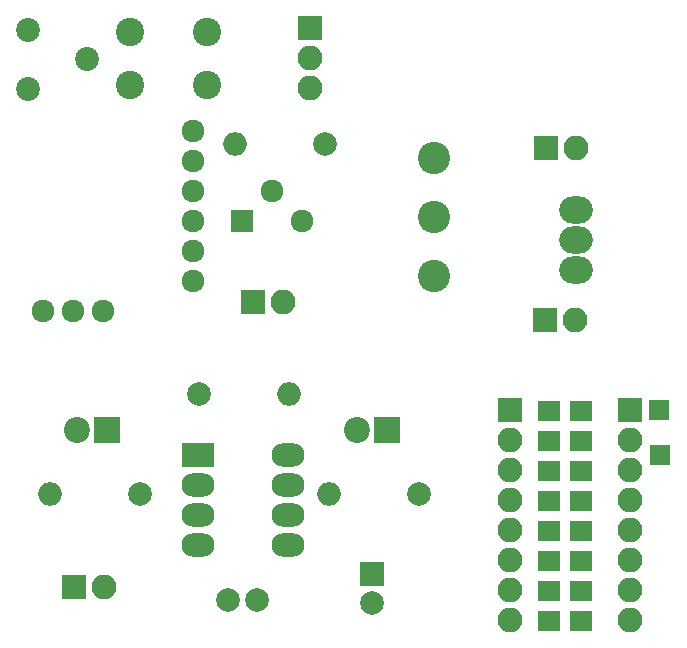
<source format=gbr>
G04 #@! TF.FileFunction,Soldermask,Top*
%FSLAX46Y46*%
G04 Gerber Fmt 4.6, Leading zero omitted, Abs format (unit mm)*
G04 Created by KiCad (PCBNEW 4.0.7) date 12/08/18 06:13:13*
%MOMM*%
%LPD*%
G01*
G04 APERTURE LIST*
%ADD10C,0.100000*%
%ADD11C,1.924000*%
%ADD12C,2.740000*%
%ADD13R,1.750000X1.750000*%
%ADD14C,2.000000*%
%ADD15R,2.200000X2.200000*%
%ADD16C,2.200000*%
%ADD17R,1.900000X1.700000*%
%ADD18R,2.100000X2.100000*%
%ADD19O,2.100000X2.100000*%
%ADD20C,1.920000*%
%ADD21R,1.920000X1.920000*%
%ADD22O,2.000000X2.000000*%
%ADD23C,2.020000*%
%ADD24C,2.400000*%
%ADD25O,2.838400X2.305000*%
%ADD26R,2.800000X2.000000*%
%ADD27O,2.800000X2.000000*%
%ADD28R,2.000000X2.000000*%
G04 APERTURE END LIST*
D10*
D11*
X181890800Y-55497600D03*
X181890800Y-58037600D03*
X181890800Y-60577600D03*
X181890800Y-63117600D03*
X181890800Y-65657600D03*
X181890800Y-68197600D03*
X174270800Y-70737600D03*
X171730800Y-70737600D03*
X169190800Y-70737600D03*
D12*
X202336400Y-57716400D03*
X202336400Y-62716400D03*
X202336400Y-67716400D03*
D13*
X221437200Y-82905600D03*
D14*
X187350400Y-95148400D03*
X184850400Y-95148400D03*
D15*
X198323200Y-80772000D03*
D16*
X195783200Y-80772000D03*
D15*
X174650400Y-80772000D03*
D16*
X172110400Y-80772000D03*
D17*
X214760800Y-79146400D03*
X212060800Y-79146400D03*
X214760800Y-81686400D03*
X212060800Y-81686400D03*
X214760800Y-84226400D03*
X212060800Y-84226400D03*
X214760800Y-86766400D03*
X212060800Y-86766400D03*
X214760800Y-89306400D03*
X212060800Y-89306400D03*
X214760800Y-91846400D03*
X212060800Y-91846400D03*
X214760800Y-94386400D03*
X212060800Y-94386400D03*
X214760800Y-96926400D03*
X212060800Y-96926400D03*
D18*
X171805600Y-94081600D03*
D19*
X174345600Y-94081600D03*
D18*
X186944000Y-69900800D03*
D19*
X189484000Y-69900800D03*
D18*
X211709000Y-71501000D03*
D19*
X214249000Y-71501000D03*
D18*
X208737200Y-79095600D03*
D19*
X208737200Y-81635600D03*
X208737200Y-84175600D03*
X208737200Y-86715600D03*
X208737200Y-89255600D03*
X208737200Y-91795600D03*
X208737200Y-94335600D03*
X208737200Y-96875600D03*
D18*
X211759800Y-56921400D03*
D19*
X214299800Y-56921400D03*
D18*
X218897200Y-79095600D03*
D19*
X218897200Y-81635600D03*
X218897200Y-84175600D03*
X218897200Y-86715600D03*
X218897200Y-89255600D03*
X218897200Y-91795600D03*
X218897200Y-94335600D03*
X218897200Y-96875600D03*
D20*
X188569600Y-60553600D03*
X191109600Y-63093600D03*
D21*
X186029600Y-63093600D03*
D14*
X193040000Y-56591200D03*
D22*
X185420000Y-56591200D03*
D14*
X182422800Y-77724000D03*
D22*
X190042800Y-77724000D03*
D14*
X201015600Y-86207600D03*
D22*
X193395600Y-86207600D03*
D14*
X177444400Y-86207600D03*
D22*
X169824400Y-86207600D03*
D23*
X167944800Y-46866800D03*
X172944800Y-49366800D03*
X167944800Y-51866800D03*
D24*
X176580800Y-51540800D03*
X176580800Y-47040800D03*
X183080800Y-51540800D03*
X183080800Y-47040800D03*
D25*
X214299800Y-62153800D03*
X214299800Y-64693800D03*
X214299800Y-67233800D03*
D18*
X191820800Y-46736000D03*
D19*
X191820800Y-49276000D03*
X191820800Y-51816000D03*
D26*
X182321200Y-82905600D03*
D27*
X189941200Y-90525600D03*
X182321200Y-85445600D03*
X189941200Y-87985600D03*
X182321200Y-87985600D03*
X189941200Y-85445600D03*
X182321200Y-90525600D03*
X189941200Y-82905600D03*
D28*
X197053200Y-92964000D03*
D14*
X197053200Y-95464000D03*
D13*
X221386400Y-79095600D03*
M02*

</source>
